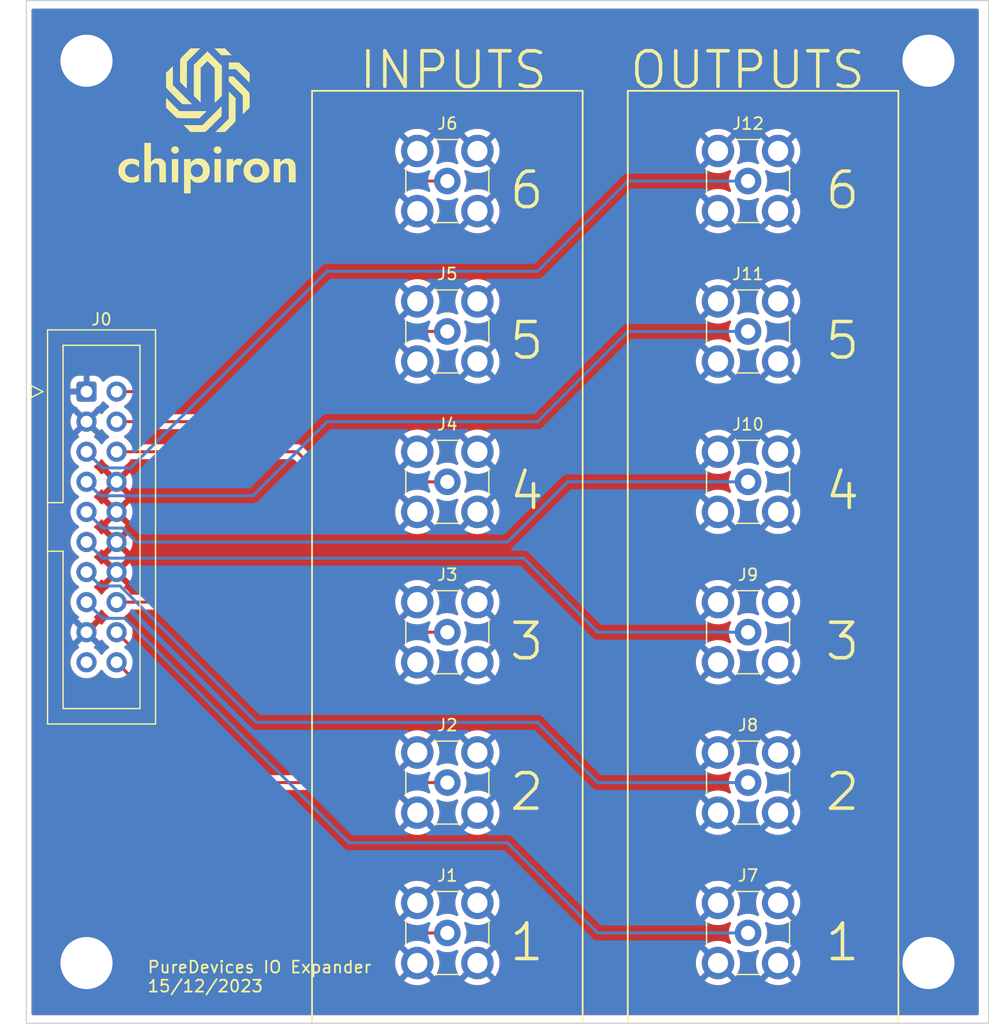
<source format=kicad_pcb>
(kicad_pcb (version 20221018) (generator pcbnew)
  (layers (0 "F.Cu" signal) (31 "B.Cu" signal) (34 "B.Paste" user) (35 "F.Paste" user) (36 "B.SilkS" user "B.Silkscreen") (37 "F.SilkS" user "F.Silkscreen") (38 "B.Mask" user) (39 "F.Mask" user) (44 "Edge.Cuts" user))
  (net 0 "")
  (net 1 "/In1")
  (net 2 "/GND")
  (net 3 "/3.3")
  (net 4 "/In2")
  (net 5 "/OUT1")
  (net 6 "/In3")
  (net 7 "/OUT2")
  (net 8 "/OUT3")
  (net 9 "/OUT4")
  (net 10 "/OUT5")
  (net 11 "/OUT6")
  (net 12 "/In4")
  (net 13 "/In5")
  (net 14 "/In6")
  (footprint "Connector_Coaxial:SMB_Jack_Vertical" (layer "F.Cu") (at 96.52 48.26)
    (fp_text reference "J11" (at 0 -4.85) (layer "F.SilkS"))
    (fp_text value "Conn_Coaxial_x2_Isolated" hide)
    (fp_line (start -3.5052 1) (end -3.5052 -1) (stroke (width 0.12)) (layer "F.SilkS"))
    (fp_line (start -1 -3.5052) (end 1 -3.5052) (stroke (width 0.12)) (layer "F.SilkS"))
    (fp_line (start 1 3.5052) (end -1 3.5052) (stroke (width 0.12)) (layer "F.SilkS"))
    (fp_line (start 3.5052 -1) (end 3.5052 1) (stroke (width 0.12)) (layer "F.SilkS"))
    (pad "1" thru_hole circle (at 0 0) (size 2.24 2.24) (drill 1.2) (layers "*.Cu" "*.Mask") (net 10 "/OUT5"))
    (pad "2" thru_hole circle (at -2.54 -2.54) (size 2.74 2.74) (drill 1.7) (layers "*.Cu" "*.Mask") (net 2 "/GND"))
    (pad "2" thru_hole circle (at -2.54 2.54) (size 2.74 2.74) (drill 1.7) (layers "*.Cu" "*.Mask") (net 2 "/GND"))
    (pad "2" thru_hole circle (at 2.54 -2.54) (size 2.74 2.74) (drill 1.7) (layers "*.Cu" "*.Mask") (net 2 "/GND"))
    (pad "2" thru_hole circle (at 2.54 2.54) (size 2.74 2.74) (drill 1.7) (layers "*.Cu" "*.Mask") (net 2 "/GND"))
  )
  (footprint "Connector_Coaxial:SMB_Jack_Vertical" (layer "F.Cu") (at 96.52 99.06)
    (fp_text reference "J7" (at 0 -4.85) (layer "F.SilkS"))
    (fp_text value "Conn_Coaxial_x2_Isolated" hide)
    (fp_line (start -3.5052 1) (end -3.5052 -1) (stroke (width 0.12)) (layer "F.SilkS"))
    (fp_line (start -1 -3.5052) (end 1 -3.5052) (stroke (width 0.12)) (layer "F.SilkS"))
    (fp_line (start 1 3.5052) (end -1 3.5052) (stroke (width 0.12)) (layer "F.SilkS"))
    (fp_line (start 3.5052 -1) (end 3.5052 1) (stroke (width 0.12)) (layer "F.SilkS"))
    (pad "1" thru_hole circle (at 0 0) (size 2.24 2.24) (drill 1.2) (layers "*.Cu" "*.Mask") (net 5 "/OUT1"))
    (pad "2" thru_hole circle (at -2.54 -2.54) (size 2.74 2.74) (drill 1.7) (layers "*.Cu" "*.Mask") (net 2 "/GND"))
    (pad "2" thru_hole circle (at -2.54 2.54) (size 2.74 2.74) (drill 1.7) (layers "*.Cu" "*.Mask") (net 2 "/GND"))
    (pad "2" thru_hole circle (at 2.54 -2.54) (size 2.74 2.74) (drill 1.7) (layers "*.Cu" "*.Mask") (net 2 "/GND"))
    (pad "2" thru_hole circle (at 2.54 2.54) (size 2.74 2.74) (drill 1.7) (layers "*.Cu" "*.Mask") (net 2 "/GND"))
  )
  (footprint "Connector_Coaxial:SMB_Jack_Vertical" (layer "F.Cu") (at 71.12 48.26)
    (fp_text reference "J5" (at 0 -4.85) (layer "F.SilkS"))
    (fp_text value "Conn_Coaxial_x2_Isolated" hide)
    (fp_line (start -3.5052 1) (end -3.5052 -1) (stroke (width 0.12)) (layer "F.SilkS"))
    (fp_line (start -1 -3.5052) (end 1 -3.5052) (stroke (width 0.12)) (layer "F.SilkS"))
    (fp_line (start 1 3.5052) (end -1 3.5052) (stroke (width 0.12)) (layer "F.SilkS"))
    (fp_line (start 3.5052 -1) (end 3.5052 1) (stroke (width 0.12)) (layer "F.SilkS"))
    (pad "1" thru_hole circle (at 0 0) (size 2.24 2.24) (drill 1.2) (layers "*.Cu" "*.Mask") (net 13 "/In5"))
    (pad "2" thru_hole circle (at -2.54 -2.54) (size 2.74 2.74) (drill 1.7) (layers "*.Cu" "*.Mask") (net 2 "/GND"))
    (pad "2" thru_hole circle (at -2.54 2.54) (size 2.74 2.74) (drill 1.7) (layers "*.Cu" "*.Mask") (net 2 "/GND"))
    (pad "2" thru_hole circle (at 2.54 -2.54) (size 2.74 2.74) (drill 1.7) (layers "*.Cu" "*.Mask") (net 2 "/GND"))
    (pad "2" thru_hole circle (at 2.54 2.54) (size 2.74 2.74) (drill 1.7) (layers "*.Cu" "*.Mask") (net 2 "/GND"))
  )
  (footprint "Connector_Coaxial:SMB_Jack_Vertical" (layer "F.Cu") (at 96.52 86.36)
    (fp_text reference "J8" (at 0 -4.85) (layer "F.SilkS"))
    (fp_text value "Conn_Coaxial_x2_Isolated" hide)
    (fp_line (start -3.5052 1) (end -3.5052 -1) (stroke (width 0.12)) (layer "F.SilkS"))
    (fp_line (start -1 -3.5052) (end 1 -3.5052) (stroke (width 0.12)) (layer "F.SilkS"))
    (fp_line (start 1 3.5052) (end -1 3.5052) (stroke (width 0.12)) (layer "F.SilkS"))
    (fp_line (start 3.5052 -1) (end 3.5052 1) (stroke (width 0.12)) (layer "F.SilkS"))
    (pad "1" thru_hole circle (at 0 0) (size 2.24 2.24) (drill 1.2) (layers "*.Cu" "*.Mask") (net 7 "/OUT2"))
    (pad "2" thru_hole circle (at -2.54 -2.54) (size 2.74 2.74) (drill 1.7) (layers "*.Cu" "*.Mask") (net 2 "/GND"))
    (pad "2" thru_hole circle (at -2.54 2.54) (size 2.74 2.74) (drill 1.7) (layers "*.Cu" "*.Mask") (net 2 "/GND"))
    (pad "2" thru_hole circle (at 2.54 -2.54) (size 2.74 2.74) (drill 1.7) (layers "*.Cu" "*.Mask") (net 2 "/GND"))
    (pad "2" thru_hole circle (at 2.54 2.54) (size 2.74 2.74) (drill 1.7) (layers "*.Cu" "*.Mask") (net 2 "/GND"))
  )
  (footprint "Connector_Coaxial:SMB_Jack_Vertical" (layer "F.Cu") (at 71.12 86.36)
    (fp_text reference "J2" (at 0 -4.85) (layer "F.SilkS"))
    (fp_text value "Conn_Coaxial_x2_Isolated" hide)
    (fp_line (start -3.5052 1) (end -3.5052 -1) (stroke (width 0.12)) (layer "F.SilkS"))
    (fp_line (start -1 -3.5052) (end 1 -3.5052) (stroke (width 0.12)) (layer "F.SilkS"))
    (fp_line (start 1 3.5052) (end -1 3.5052) (stroke (width 0.12)) (layer "F.SilkS"))
    (fp_line (start 3.5052 -1) (end 3.5052 1) (stroke (width 0.12)) (layer "F.SilkS"))
    (pad "1" thru_hole circle (at 0 0) (size 2.24 2.24) (drill 1.2) (layers "*.Cu" "*.Mask") (net 4 "/In2"))
    (pad "2" thru_hole circle (at -2.54 -2.54) (size 2.74 2.74) (drill 1.7) (layers "*.Cu" "*.Mask") (net 2 "/GND"))
    (pad "2" thru_hole circle (at -2.54 2.54) (size 2.74 2.74) (drill 1.7) (layers "*.Cu" "*.Mask") (net 2 "/GND"))
    (pad "2" thru_hole circle (at 2.54 -2.54) (size 2.74 2.74) (drill 1.7) (layers "*.Cu" "*.Mask") (net 2 "/GND"))
    (pad "2" thru_hole circle (at 2.54 2.54) (size 2.74 2.74) (drill 1.7) (layers "*.Cu" "*.Mask") (net 2 "/GND"))
  )
  (footprint "Connector_Coaxial:SMB_Jack_Vertical" (layer "F.Cu") (at 71.12 99.06)
    (fp_text reference "J1" (at 0 -4.85) (layer "F.SilkS"))
    (fp_text value "Conn_Coaxial_x2_Isolated" hide)
    (fp_line (start -3.5052 1) (end -3.5052 -1) (stroke (width 0.12)) (layer "F.SilkS"))
    (fp_line (start -1 -3.5052) (end 1 -3.5052) (stroke (width 0.12)) (layer "F.SilkS"))
    (fp_line (start 1 3.5052) (end -1 3.5052) (stroke (width 0.12)) (layer "F.SilkS"))
    (fp_line (start 3.5052 -1) (end 3.5052 1) (stroke (width 0.12)) (layer "F.SilkS"))
    (pad "1" thru_hole circle (at 0 0) (size 2.24 2.24) (drill 1.2) (layers "*.Cu" "*.Mask") (net 1 "/In1"))
    (pad "2" thru_hole circle (at -2.54 -2.54) (size 2.74 2.74) (drill 1.7) (layers "*.Cu" "*.Mask") (net 2 "/GND"))
    (pad "2" thru_hole circle (at -2.54 2.54) (size 2.74 2.74) (drill 1.7) (layers "*.Cu" "*.Mask") (net 2 "/GND"))
    (pad "2" thru_hole circle (at 2.54 -2.54) (size 2.74 2.74) (drill 1.7) (layers "*.Cu" "*.Mask") (net 2 "/GND"))
    (pad "2" thru_hole circle (at 2.54 2.54) (size 2.74 2.74) (drill 1.7) (layers "*.Cu" "*.Mask") (net 2 "/GND"))
  )
  (footprint "Connector_Coaxial:SMB_Jack_Vertical" (layer "F.Cu") (at 71.12 73.66)
    (fp_text reference "J3" (at 0 -4.85) (layer "F.SilkS"))
    (fp_text value "Conn_Coaxial_x2_Isolated" hide)
    (fp_line (start -3.5052 1) (end -3.5052 -1) (stroke (width 0.12)) (layer "F.SilkS"))
    (fp_line (start -1 -3.5052) (end 1 -3.5052) (stroke (width 0.12)) (layer "F.SilkS"))
    (fp_line (start 1 3.5052) (end -1 3.5052) (stroke (width 0.12)) (layer "F.SilkS"))
    (fp_line (start 3.5052 -1) (end 3.5052 1) (stroke (width 0.12)) (layer "F.SilkS"))
    (pad "1" thru_hole circle (at 0 0) (size 2.24 2.24) (drill 1.2) (layers "*.Cu" "*.Mask") (net 6 "/In3"))
    (pad "2" thru_hole circle (at -2.54 -2.54) (size 2.74 2.74) (drill 1.7) (layers "*.Cu" "*.Mask") (net 2 "/GND"))
    (pad "2" thru_hole circle (at -2.54 2.54) (size 2.74 2.74) (drill 1.7) (layers "*.Cu" "*.Mask") (net 2 "/GND"))
    (pad "2" thru_hole circle (at 2.54 -2.54) (size 2.74 2.74) (drill 1.7) (layers "*.Cu" "*.Mask") (net 2 "/GND"))
    (pad "2" thru_hole circle (at 2.54 2.54) (size 2.74 2.74) (drill 1.7) (layers "*.Cu" "*.Mask") (net 2 "/GND"))
  )
  (footprint "LOGO" (layer "F.Cu") (at 50.8 30.48)
    (fp_text reference "G***" hide)
    (fp_text value "LOGO" hide)
    (fp_poly (pts (xy -2.414788 4.203521) (xy -2.414788 5.187324) (xy -2.683098 5.187324) (xy -2.951408 5.187324) (xy -2.951408 4.203521) (xy -2.951408 3.219718) (xy -2.683098 3.219718) (xy -2.414788 3.219718)) (fill solid) (layer "F.SilkS"))
    (fp_poly (pts (xy 1.185036 4.203521) (xy 1.185036 5.187324) (xy 0.916726 5.187324) (xy 0.648416 5.187324) (xy 0.648416 4.203521) (xy 0.648416 3.219718) (xy 0.916726 3.219718) (xy 1.185036 3.219718)) (fill solid) (layer "F.SilkS"))
    (fp_poly (pts (xy 1.822272 -5.835739) (xy 2.112295 -5.54507) (xy 1.665112 -5.54507) (xy 1.217929 -5.54507) (xy 0.927905 -5.835739) (xy 0.637882 -6.126408) (xy 1.085065 -6.126408) (xy 1.532248 -6.126408)) (fill solid) (layer "F.SilkS"))
    (fp_poly (pts (xy 2.291797 -4.937112) (xy 2.727784 -4.930194) (xy 3.175507 -4.482418) (xy 3.623231 -4.034642) (xy 3.617117 -3.626981) (xy 3.611004 -3.219319) (xy 3.04101 -3.789677) (xy 2.471016 -4.360035) (xy 2.163413 -4.360035) (xy 1.85581 -4.360035) (xy 1.85581 -4.652033) (xy 1.85581 -4.944031)) (fill solid) (layer "F.SilkS"))
    (fp_poly (pts (xy 0.665341 -5.271018) (xy 1.274472 -4.661584) (xy 1.274472 -3.386952) (xy 1.274472 -2.112319) (xy 0.972624 -1.811092) (xy 0.670775 -1.509864) (xy 0.670775 -2.974378) (xy 0.670775 -4.438891) (xy 0.363031 -4.746047) (xy 0.055286 -5.053202) (xy -0.229487 -4.767796) (xy -0.51426 -4.482389) (xy -0.51426 -3.007318) (xy -0.51426 -1.532247) (xy -0.804929 -1.822271) (xy -1.095598 -2.112295) (xy -1.095598 -3.420789) (xy -1.095598 -4.729284) (xy -0.519695 -5.304868) (xy 0.056209 -5.880452)) (fill solid) (layer "F.SilkS"))
    (fp_poly (pts (xy -2.613751 2.151349) (xy -2.524079 2.178244) (xy -2.432782 2.243929) (xy -2.375262 2.329883) (xy -2.351492 2.427105) (xy -2.361445 2.52659) (xy -2.405093 2.619334) (xy -2.48241 2.696335) (xy -2.525732 2.722227) (xy -2.622616 2.7612) (xy -2.707142 2.768295) (xy -2.797795 2.744019) (xy -2.82937 2.730502) (xy -2.924236 2.66605) (xy -2.985167 2.579674) (xy -3.010837 2.480049) (xy -2.999919 2.375853) (xy -2.951088 2.27576) (xy -2.906668 2.224715) (xy -2.825472 2.174526) (xy -2.722368 2.149406)) (fill solid) (layer "F.SilkS"))
    (fp_poly (pts (xy -1.112341 -5.56184) (xy -1.676554 -4.997271) (xy -1.682335 -3.851036) (xy -1.688116 -2.7048) (xy -1.973195 -2.990519) (xy -2.258274 -3.276238) (xy -2.258274 -4.233251) (xy -2.257753 -4.502958) (xy -2.256174 -4.729019) (xy -2.253509 -4.912495) (xy -2.249733 -5.054444) (xy -2.24482 -5.155929) (xy -2.238743 -5.218008) (xy -2.233533 -5.239102) (xy -2.211514 -5.267691) (xy -2.162248 -5.323044) (xy -2.090212 -5.400413) (xy -1.999885 -5.495048) (xy -1.895746 -5.602199) (xy -1.79216 -5.707174) (xy -1.375529 -6.126408) (xy -0.961828 -6.126408) (xy -0.548128 -6.126408)) (fill solid) (layer "F.SilkS"))
    (fp_poly (pts (xy 2.146479 -2.202377) (xy 2.437148 -1.912353) (xy 2.437148 -0.954707) (xy 2.436628 -0.68492) (xy 2.43505 -0.458778) (xy 2.432387 -0.27522) (xy 2.428615 -0.133184) (xy 2.423706 -0.03161) (xy 2.417635 0.030565) (xy 2.412407 0.051778) (xy 2.390388 0.080367) (xy 2.341122 0.13572) (xy 2.269086 0.213089) (xy 2.178759 0.307724) (xy 2.07462 0.414875) (xy 1.971034 0.51985) (xy 1.554403 0.939084) (xy 1.140702 0.939084) (xy 0.727002 0.939084) (xy 1.291406 0.374355) (xy 1.85581 -0.190375) (xy 1.85581 -1.341388) (xy 1.85581 -2.492401)) (fill solid) (layer "F.SilkS"))
    (fp_poly (pts (xy -2.87858 -1.391693) (xy -2.31385 -0.827289) (xy -1.162825 -0.827289) (xy -0.0118 -0.827289) (xy -0.313028 -0.52544) (xy -0.614255 -0.223592) (xy -1.542471 -0.225009) (xy -1.766688 -0.225876) (xy -1.969403 -0.227705) (xy -2.146774 -0.230403) (xy -2.294957 -0.23388) (xy -2.410111 -0.238044) (xy -2.488392 -0.242806) (xy -2.52596 -0.248074) (xy -2.526584 -0.248303) (xy -2.556864 -0.26952) (xy -2.613788 -0.318205) (xy -2.692621 -0.389965) (xy -2.78863 -0.48041) (xy -2.897078 -0.585145) (xy -3.012896 -0.699443) (xy -3.443309 -1.128707) (xy -3.443309 -1.542402) (xy -3.443309 -1.956097)) (fill solid) (layer "F.SilkS"))
    (fp_poly (pts (xy -2.861971 -3.834386) (xy -2.861971 -3.029892) (xy -2.051567 -2.219259) (xy -1.241162 -1.408627) (xy -1.654832 -1.408627) (xy -2.068501 -1.408627) (xy -2.731193 -2.073812) (xy -2.873789 -2.217503) (xy -3.007031 -2.352844) (xy -3.127472 -2.476254) (xy -3.231669 -2.584155) (xy -3.316175 -2.67297) (xy -3.377545 -2.739118) (xy -3.412335 -2.779022) (xy -3.418598 -2.787835) (xy -3.427249 -2.828921) (xy -3.434075 -2.913872) (xy -3.439046 -3.041874) (xy -3.442131 -3.212108) (xy -3.443299 -3.423759) (xy -3.443309 -3.447752) (xy -3.443309 -4.058832) (xy -3.15264 -4.348856) (xy -2.861971 -4.638879)) (fill solid) (layer "F.SilkS"))
    (fp_poly (pts (xy 0.943576 2.151133) (xy 1.023994 2.159749) (xy 1.077277 2.176193) (xy 1.121011 2.208028) (xy 1.153386 2.241363) (xy 1.220419 2.337334) (xy 1.244126 2.43538) (xy 1.225651 2.5423) (xy 1.210418 2.580854) (xy 1.169091 2.655066) (xy 1.116098 2.703011) (xy 1.068615 2.727987) (xy 0.970784 2.762902) (xy 0.885833 2.767129) (xy 0.794189 2.740747) (xy 0.767545 2.729199) (xy 0.672209 2.663945) (xy 0.609986 2.574716) (xy 0.584178 2.470411) (xy 0.598089 2.359928) (xy 0.614731 2.317638) (xy 0.678188 2.22656) (xy 0.766463 2.17101) (xy 0.881922 2.149788)) (fill solid) (layer "F.SilkS"))
    (fp_poly (pts (xy 1.252113 -0.838209) (xy 1.252113 -0.413355) (xy 0.609287 0.226296) (xy 0.467604 0.366834) (xy 0.334014 0.498492) (xy 0.212226 0.617679) (xy 0.105945 0.720804) (xy 0.018879 0.804277) (xy -0.045266 0.864508) (xy -0.082784 0.897907) (xy -0.088821 0.902516) (xy -0.11049 0.913535) (xy -0.141736 0.922139) (xy -0.187803 0.928615) (xy -0.253937 0.933248) (xy -0.345379 0.936323) (xy -0.467373 0.938127) (xy -0.625164 0.938945) (xy -0.759919 0.939084) (xy -1.375733 0.939084) (xy -1.665757 0.648415) (xy -1.95578 0.357746) (xy -1.162466 0.357746) (xy -0.369152 0.357746) (xy 0.44148 -0.452658) (xy 1.252113 -1.263063)) (fill solid) (layer "F.SilkS"))
    (fp_poly (pts (xy 2.91137 -3.091153) (xy 3.054296 -2.947052) (xy 3.187777 -2.810703) (xy 3.308363 -2.685763) (xy 3.412601 -2.575888) (xy 3.497042 -2.484732) (xy 3.558233 -2.415953) (xy 3.592724 -2.373205) (xy 3.598775 -2.363025) (xy 3.60605 -2.320495) (xy 3.61218 -2.23792) (xy 3.616995 -2.119962) (xy 3.620328 -1.971284) (xy 3.62201 -1.796548) (xy 3.622184 -1.714287) (xy 3.622184 -1.128492) (xy 3.331514 -0.838468) (xy 3.040845 -0.548445) (xy 3.040845 -1.34203) (xy 3.040845 -2.135616) (xy 2.448328 -2.727817) (xy 1.85581 -3.320018) (xy 1.85581 -3.538178) (xy 1.85581 -3.756338) (xy 2.051593 -3.756338) (xy 2.247375 -3.756338)) (fill solid) (layer "F.SilkS"))
    (fp_poly (pts (xy 2.816296 3.190428) (xy 2.878778 3.206694) (xy 2.959407 3.235637) (xy 3.011526 3.264099) (xy 3.036385 3.299495) (xy 3.035239 3.349239) (xy 3.009339 3.420745) (xy 2.959937 3.521427) (xy 2.938815 3.562082) (xy 2.814412 3.800294) (xy 2.751083 3.753472) (xy 2.650882 3.704724) (xy 2.54378 3.694768) (xy 2.44025 3.721192) (xy 2.350763 3.781584) (xy 2.292943 3.859003) (xy 2.279311 3.887697) (xy 2.268565 3.919537) (xy 2.260288 3.960158) (xy 2.254062 4.015195) (xy 2.24947 4.090282) (xy 2.246095 4.191054) (xy 2.243519 4.323145) (xy 2.241325 4.49219) (xy 2.240509 4.566857) (xy 2.233923 5.187324) (xy 1.95543 5.187324) (xy 1.676937 5.187324) (xy 1.676937 4.203521) (xy 1.676937 3.219718) (xy 1.956426 3.219718) (xy 2.235916 3.219718) (xy 2.236164 3.337104) (xy 2.236412 3.454489) (xy 2.293693 3.381809) (xy 2.399474 3.282011) (xy 2.528628 3.214815) (xy 2.670965 3.183271)) (fill solid) (layer "F.SilkS"))
    (fp_poly (pts (xy 6.986993 3.189336) (xy 7.127442 3.234459) (xy 7.249064 3.31354) (xy 7.300332 3.361568) (xy 7.349869 3.414611) (xy 7.390458 3.465136) (xy 7.423052 3.518203) (xy 7.448605 3.578873) (xy 7.468068 3.652207) (xy 7.482397 3.743266) (xy 7.492543 3.857111) (xy 7.49946 3.998802) (xy 7.504102 4.173401) (xy 7.507421 4.385969) (xy 7.5084 4.466241) (xy 7.516852 5.187324) (xy 7.225288 5.187324) (xy 6.933724 5.187324) (xy 6.926941 4.49978) (xy 6.924677 4.293743) (xy 6.921849 4.127453) (xy 6.917672 3.99594) (xy 6.911362 3.894231) (xy 6.902133 3.817356) (xy 6.8892 3.760345) (xy 6.871778 3.718226) (xy 6.849081 3.686029) (xy 6.820324 3.658783) (xy 6.790453 3.635746) (xy 6.72995 3.604444) (xy 6.649777 3.590802) (xy 6.600301 3.58939) (xy 6.468216 3.6068) (xy 6.362377 3.659896) (xy 6.280444 3.749974) (xy 6.265302 3.775047) (xy 6.251137 3.801778) (xy 6.23997 3.829408) (xy 6.231445 3.863337) (xy 6.225207 3.908968) (xy 6.220899 3.971701) (xy 6.218165 4.056939) (xy 6.216649 4.170084) (xy 6.215995 4.316535) (xy 6.215846 4.501696) (xy 6.215845 4.525183) (xy 6.215845 5.187324) (xy 5.936356 5.187324) (xy 5.656867 5.187324) (xy 5.656867 4.203521) (xy 5.656867 3.219718) (xy 5.936356 3.219718) (xy 6.215845 3.219718) (xy 6.215845 3.350471) (xy 6.215845 3.481223) (xy 6.333231 3.364057) (xy 6.454317 3.266347) (xy 6.588616 3.205324) (xy 6.744938 3.177564) (xy 6.819543 3.175)) (fill solid) (layer "F.SilkS"))
    (fp_poly (pts (xy -6.15288 3.196287) (xy -5.958743 3.245792) (xy -5.832302 3.302004) (xy -5.723943 3.36098) (xy -5.723943 3.648874) (xy -5.723943 3.936767) (xy -5.792934 3.858192) (xy -5.849241 3.807636) (xy -5.928989 3.75229) (xy -6.009868 3.706783) (xy -6.09776 3.666859) (xy -6.170553 3.644891) (xy -6.249939 3.635952) (xy -6.326573 3.634831) (xy -6.470997 3.646776) (xy -6.588053 3.68427) (xy -6.690105 3.752338) (xy -6.744371 3.804687) (xy -6.822515 3.900176) (xy -6.869824 3.993957) (xy -6.892422 4.102048) (xy -6.896837 4.203521) (xy -6.885619 4.346182) (xy -6.848515 4.462328) (xy -6.780135 4.565185) (xy -6.726475 4.621622) (xy -6.6273 4.697459) (xy -6.515114 4.742721) (xy -6.378521 4.76145) (xy -6.329197 4.7625) (xy -6.14419 4.743128) (xy -5.980572 4.685488) (xy -5.84026 4.590294) (xy -5.821809 4.573268) (xy -5.722655 4.478262) (xy -5.728889 4.75928) (xy -5.735123 5.040298) (xy -5.811404 5.091659) (xy -5.9257 5.148718) (xy -6.070773 5.191063) (xy -6.234677 5.217189) (xy -6.405465 5.225591) (xy -6.57119 5.214764) (xy -6.661713 5.198758) (xy -6.872983 5.130156) (xy -7.05697 5.027253) (xy -7.211771 4.891503) (xy -7.335484 4.724357) (xy -7.372292 4.656274) (xy -7.411353 4.573754) (xy -7.436553 4.506816) (xy -7.451482 4.439964) (xy -7.459728 4.357706) (xy -7.464363 4.258762) (xy -7.461618 4.067204) (xy -7.436335 3.904571) (xy -7.386222 3.759918) (xy -7.342313 3.675543) (xy -7.285155 3.596113) (xy -7.205083 3.507432) (xy -7.115061 3.422081) (xy -7.028053 3.352645) (xy -6.976708 3.320672) (xy -6.782608 3.241523) (xy -6.574288 3.194307) (xy -6.36122 3.179176)) (fill solid) (layer "F.SilkS"))
    (fp_poly (pts (xy -4.717781 2.664764) (xy -4.717781 3.473718) (xy -4.637017 3.379363) (xy -4.567492 3.312463) (xy -4.482408 3.249434) (xy -4.441374 3.225357) (xy -4.377172 3.19533) (xy -4.316711 3.177195) (xy -4.244734 3.168028) (xy -4.145986 3.164905) (xy -4.125264 3.164764) (xy -4.012923 3.16811) (xy -3.912961 3.178143) (xy -3.84083 3.193259) (xy -3.836476 3.194727) (xy -3.725465 3.254335) (xy -3.622722 3.346746) (xy -3.539882 3.460175) (xy -3.506218 3.529243) (xy -3.492609 3.565039) (xy -3.481613 3.600657) (xy -3.472893 3.641282) (xy -3.466111 3.692095) (xy -3.460926 3.758281) (xy -3.457001 3.845023) (xy -3.453997 3.957503) (xy -3.451575 4.100906) (xy -3.449397 4.280414) (xy -3.447925 4.421523) (xy -3.440172 5.187324) (xy -3.720053 5.187324) (xy -3.999934 5.187324) (xy -4.006701 4.487563) (xy -4.008833 4.289505) (xy -4.011183 4.131198) (xy -4.014053 4.007674) (xy -4.017745 3.913968) (xy -4.022562 3.84511) (xy -4.028805 3.796134) (xy -4.036776 3.762074) (xy -4.046778 3.73796) (xy -4.052908 3.727663) (xy -4.121198 3.650115) (xy -4.20677 3.606059) (xy -4.319163 3.590966) (xy -4.34087 3.590944) (xy -4.471913 3.61074) (xy -4.577504 3.666981) (xy -4.659667 3.760832) (xy -4.671872 3.781357) (xy -4.685056 3.806972) (xy -4.695447 3.835113) (xy -4.703376 3.871141) (xy -4.709174 3.920417) (xy -4.713172 3.988304) (xy -4.715701 4.080162) (xy -4.717091 4.201352) (xy -4.717674 4.357236) (xy -4.717781 4.525183) (xy -4.717781 5.187324) (xy -4.997271 5.187324) (xy -5.27676 5.187324) (xy -5.27676 3.521567) (xy -5.27676 1.85581) (xy -4.997271 1.85581) (xy -4.717781 1.85581)) (fill solid) (layer "F.SilkS"))
    (fp_poly (pts (xy 4.374944 3.189468) (xy 4.576733 3.23559) (xy 4.76582 3.31457) (xy 4.935226 3.426238) (xy 5.012892 3.496833) (xy 5.131655 3.648187) (xy 5.21744 3.822775) (xy 5.269485 4.012816) (xy 5.287023 4.210527) (xy 5.269293 4.408126) (xy 5.215529 4.597831) (xy 5.136353 4.754356) (xy 5.075833 4.833795) (xy 4.993776 4.920803) (xy 4.90369 5.00261) (xy 4.819083 5.066445) (xy 4.784734 5.086773) (xy 4.585572 5.167013) (xy 4.369179 5.214032) (xy 4.147969 5.226457) (xy 3.934358 5.202917) (xy 3.870367 5.187764) (xy 3.661818 5.110608) (xy 3.483433 5.001727) (xy 3.337228 4.863724) (xy 3.225217 4.699199) (xy 3.149413 4.510753) (xy 3.111831 4.300987) (xy 3.107938 4.203521) (xy 3.679402 4.203521) (xy 3.685026 4.315215) (xy 3.701813 4.398734) (xy 3.727751 4.460651) (xy 3.802596 4.570044) (xy 3.89862 4.662536) (xy 4.002267 4.725427) (xy 4.016258 4.731014) (xy 4.112745 4.751445) (xy 4.227148 4.753417) (xy 4.338892 4.738011) (xy 4.421115 4.709704) (xy 4.544859 4.624143) (xy 4.633094 4.513064) (xy 4.686674 4.374914) (xy 4.706451 4.208142) (xy 4.706603 4.190561) (xy 4.704802 4.094858) (xy 4.696901 4.027741) (xy 4.679152 3.973142) (xy 4.647806 3.91499) (xy 4.638934 3.900483) (xy 4.552478 3.794763) (xy 4.461814 3.72339) (xy 4.395212 3.686138) (xy 4.335522 3.665607) (xy 4.263957 3.657079) (xy 4.192342 3.655722) (xy 4.042881 3.67165) (xy 3.920454 3.721502) (xy 3.819695 3.808379) (xy 3.747531 3.912852) (xy 3.710201 3.984806) (xy 3.689371 4.046615) (xy 3.680616 4.117155) (xy 3.679402 4.203521) (xy 3.107938 4.203521) (xy 3.107923 4.203158) (xy 3.127777 3.984599) (xy 3.187326 3.786606) (xy 3.286551 3.609224) (xy 3.419783 3.457746) (xy 3.580377 3.337002) (xy 3.763171 3.249973) (xy 3.961183 3.196489) (xy 4.167434 3.176378)) (fill solid) (layer "F.SilkS"))
    (fp_poly (pts (xy -0.681954 3.166225) (xy -0.495013 3.181217) (xy -0.334306 3.224787) (xy -0.188897 3.300652) (xy -0.106111 3.361853) (xy 0.036816 3.504191) (xy 0.142998 3.668372) (xy 0.213355 3.856575) (xy 0.248805 4.070979) (xy 0.253689 4.214701) (xy 0.234711 4.447389) (xy 0.181866 4.651065) (xy 0.094826 4.82629) (xy -0.026735 4.973628) (xy -0.183143 5.093641) (xy -0.28961 5.150789) (xy -0.37088 5.185698) (xy -0.444388 5.207667) (xy -0.527071 5.220334) (xy -0.635865 5.227335) (xy -0.648415 5.227847) (xy -0.815284 5.225773) (xy -0.951975 5.202269) (xy -1.069464 5.153403) (xy -1.178729 5.075243) (xy -1.242688 5.014907) (xy -1.363908 4.891734) (xy -1.363908 5.509071) (xy -1.363908 6.126408) (xy -1.643397 6.126408) (xy -1.922887 6.126408) (xy -1.922887 4.673063) (xy -1.922887 4.203521) (xy -1.35038 4.203521) (xy -1.33312 4.366298) (xy -1.28056 4.502212) (xy -1.191524 4.613294) (xy -1.064841 4.701579) (xy -1.062059 4.70305) (xy -0.985878 4.726921) (xy -0.884404 4.737739) (xy -0.775144 4.73541) (xy -0.675606 4.719836) (xy -0.630928 4.705416) (xy -0.504437 4.630663) (xy -0.41137 4.526521) (xy -0.352307 4.393947) (xy -0.327828 4.2339) (xy -0.327145 4.203521) (xy -0.334943 4.071333) (xy -0.363462 3.966169) (xy -0.418087 3.873046) (xy -0.466505 3.815778) (xy -0.575271 3.728546) (xy -0.702372 3.675107) (xy -0.838244 3.656031) (xy -0.973326 3.671889) (xy -1.098054 3.723251) (xy -1.1669 3.773994) (xy -1.259607 3.873716) (xy -1.317278 3.978956) (xy -1.345377 4.102504) (xy -1.35038 4.203521) (xy -1.922887 4.203521) (xy -1.922887 3.219718) (xy -1.643397 3.219718) (xy -1.363908 3.219718) (xy -1.363908 3.367594) (xy -1.363908 3.51547) (xy -1.257702 3.402416) (xy -1.151813 3.309004) (xy -1.032958 3.234412) (xy -1.017341 3.226835) (xy -0.944106 3.195506) (xy -0.879448 3.17691) (xy -0.806932 3.168078) (xy -0.710121 3.166039)) (fill solid) (layer "F.SilkS"))
  )
  (footprint "Connector_Coaxial:SMB_Jack_Vertical" (layer "F.Cu") (at 96.52 73.66)
    (fp_text reference "J9" (at 0 -4.85) (layer "F.SilkS"))
    (fp_text value "Conn_Coaxial_x2_Isolated" hide)
    (fp_line (start -3.5052 1) (end -3.5052 -1) (stroke (width 0.12)) (layer "F.SilkS"))
    (fp_line (start -1 -3.5052) (end 1 -3.5052) (stroke (width 0.12)) (layer "F.SilkS"))
    (fp_line (start 1 3.5052) (end -1 3.5052) (stroke (width 0.12)) (layer "F.SilkS"))
    (fp_line (start 3.5052 -1) (end 3.5052 1) (stroke (width 0.12)) (layer "F.SilkS"))
    (pad "1" thru_hole circle (at 0 0) (size 2.24 2.24) (drill 1.2) (layers "*.Cu" "*.Mask") (net 8 "/OUT3"))
    (pad "2" thru_hole circle (at -2.54 -2.54) (size 2.74 2.74) (drill 1.7) (layers "*.Cu" "*.Mask") (net 2 "/GND"))
    (pad "2" thru_hole circle (at -2.54 2.54) (size 2.74 2.74) (drill 1.7) (layers "*.Cu" "*.Mask") (net 2 "/GND"))
    (pad "2" thru_hole circle (at 2.54 -2.54) (size 2.74 2.74) (drill 1.7) (layers "*.Cu" "*.Mask") (net 2 "/GND"))
    (pad "2" thru_hole circle (at 2.54 2.54) (size 2.74 2.74) (drill 1.7) (layers "*.Cu" "*.Mask") (net 2 "/GND"))
  )
  (footprint "Connector_Coaxial:SMB_Jack_Vertical" (layer "F.Cu") (at 96.52 60.96)
    (fp_text reference "J10" (at 0 -4.85) (layer "F.SilkS"))
    (fp_text value "Conn_Coaxial_x2_Isolated" hide)
    (fp_line (start -3.5052 1) (end -3.5052 -1) (stroke (width 0.12)) (layer "F.SilkS"))
    (fp_line (start -1 -3.5052) (end 1 -3.5052) (stroke (width 0.12)) (layer "F.SilkS"))
    (fp_line (start 1 3.5052) (end -1 3.5052) (stroke (width 0.12)) (layer "F.SilkS"))
    (fp_line (start 3.5052 -1) (end 3.5052 1) (stroke (width 0.12)) (layer "F.SilkS"))
    (pad "1" thru_hole circle (at 0 0) (size 2.24 2.24) (drill 1.2) (layers "*.Cu" "*.Mask") (net 9 "/OUT4"))
    (pad "2" thru_hole circle (at -2.54 -2.54) (size 2.74 2.74) (drill 1.7) (layers "*.Cu" "*.Mask") (net 2 "/GND"))
    (pad "2" thru_hole circle (at -2.54 2.54) (size 2.74 2.74) (drill 1.7) (layers "*.Cu" "*.Mask") (net 2 "/GND"))
    (pad "2" thru_hole circle (at 2.54 -2.54) (size 2.74 2.74) (drill 1.7) (layers "*.Cu" "*.Mask") (net 2 "/GND"))
    (pad "2" thru_hole circle (at 2.54 2.54) (size 2.74 2.74) (drill 1.7) (layers "*.Cu" "*.Mask") (net 2 "/GND"))
  )
  (footprint "Connector_Coaxial:SMB_Jack_Vertical" (layer "F.Cu") (at 71.12 60.96)
    (fp_text reference "J4" (at 0 -4.85) (layer "F.SilkS"))
    (fp_text value "Conn_Coaxial_x2_Isolated" hide)
    (fp_line (start -3.5052 1) (end -3.5052 -1) (stroke (width 0.12)) (layer "F.SilkS"))
    (fp_line (start -1 -3.5052) (end 1 -3.5052) (stroke (width 0.12)) (layer "F.SilkS"))
    (fp_line (start 1 3.5052) (end -1 3.5052) (stroke (width 0.12)) (layer "F.SilkS"))
    (fp_line (start 3.5052 -1) (end 3.5052 1) (stroke (width 0.12)) (layer "F.SilkS"))
    (pad "1" thru_hole circle (at 0 0) (size 2.24 2.24) (drill 1.2) (layers "*.Cu" "*.Mask") (net 12 "/In4"))
    (pad "2" thru_hole circle (at -2.54 -2.54) (size 2.74 2.74) (drill 1.7) (layers "*.Cu" "*.Mask") (net 2 "/GND"))
    (pad "2" thru_hole circle (at -2.54 2.54) (size 2.74 2.74) (drill 1.7) (layers "*.Cu" "*.Mask") (net 2 "/GND"))
    (pad "2" thru_hole circle (at 2.54 -2.54) (size 2.74 2.74) (drill 1.7) (layers "*.Cu" "*.Mask") (net 2 "/GND"))
    (pad "2" thru_hole circle (at 2.54 2.54) (size 2.74 2.74) (drill 1.7) (layers "*.Cu" "*.Mask") (net 2 "/GND"))
  )
  (footprint "Connector_Coaxial:SMB_Jack_Vertical" (layer "F.Cu") (at 96.52 35.56)
    (fp_text reference "J12" (at 0 -4.85) (layer "F.SilkS"))
    (fp_text value "Conn_Coaxial_x2_Isolated" hide)
    (fp_line (start -3.5052 1) (end -3.5052 -1) (stroke (width 0.12)) (layer "F.SilkS"))
    (fp_line (start -1 -3.5052) (end 1 -3.5052) (stroke (width 0.12)) (layer "F.SilkS"))
    (fp_line (start 1 3.5052) (end -1 3.5052) (stroke (width 0.12)) (layer "F.SilkS"))
    (fp_line (start 3.5052 -1) (end 3.5052 1) (stroke (width 0.12)) (layer "F.SilkS"))
    (pad "1" thru_hole circle (at 0 0) (size 2.24 2.24) (drill 1.2) (layers "*.Cu" "*.Mask") (net 11 "/OUT6"))
    (pad "2" thru_hole circle (at -2.54 -2.54) (size 2.74 2.74) (drill 1.7) (layers "*.Cu" "*.Mask") (net 2 "/GND"))
    (pad "2" thru_hole circle (at -2.54 2.54) (size 2.74 2.74) (drill 1.7) (layers "*.Cu" "*.Mask") (net 2 "/GND"))
    (pad "2" thru_hole circle (at 2.54 -2.54) (size 2.74 2.74) (drill 1.7) (layers "*.Cu" "*.Mask") (net 2 "/GND"))
    (pad "2" thru_hole circle (at 2.54 2.54) (size 2.74 2.74) (drill 1.7) (layers "*.Cu" "*.Mask") (net 2 "/GND"))
  )
  (footprint "Connector_Coaxial:SMB_Jack_Vertical" (layer "F.Cu") (at 71.12 35.56)
    (fp_text reference "J6" (at 0 -4.85) (layer "F.SilkS"))
    (fp_text value "Conn_Coaxial_x2_Isolated" hide)
    (fp_line (start -3.5052 1) (end -3.5052 -1) (stroke (width 0.12)) (layer "F.SilkS"))
    (fp_line (start -1 -3.5052) (end 1 -3.5052) (stroke (width 0.12)) (layer "F.SilkS"))
    (fp_line (start 1 3.5052) (end -1 3.5052) (stroke (width 0.12)) (layer "F.SilkS"))
    (fp_line (start 3.5052 -1) (end 3.5052 1) (stroke (width 0.12)) (layer "F.SilkS"))
    (pad "1" thru_hole circle (at 0 0) (size 2.24 2.24) (drill 1.2) (layers "*.Cu" "*.Mask") (net 14 "/In6"))
    (pad "2" thru_hole circle (at -2.54 -2.54) (size 2.74 2.74) (drill 1.7) (layers "*.Cu" "*.Mask") (net 2 "/GND"))
    (pad "2" thru_hole circle (at -2.54 2.54) (size 2.74 2.74) (drill 1.7) (layers "*.Cu" "*.Mask") (net 2 "/GND"))
    (pad "2" thru_hole circle (at 2.54 -2.54) (size 2.74 2.74) (drill 1.7) (layers "*.Cu" "*.Mask") (net 2 "/GND"))
    (pad "2" thru_hole circle (at 2.54 2.54) (size 2.74 2.74) (drill 1.7) (layers "*.Cu" "*.Mask") (net 2 "/GND"))
  )
  (footprint "Connector_IDC:IDC-Header_2x10_P2.54mm_Vertical" (layer "F.Cu") (at 40.64 53.34)
    (fp_text reference "J0" (at 1.27 -6.1) (layer "F.SilkS"))
    (fp_text value "Conn_02x10_Odd_Even")
    (fp_line (start -4.68 -0.5) (end -4.68 0.5) (stroke (width 0.12)) (layer "F.SilkS"))
    (fp_line (start -4.68 0.5) (end -3.68 0) (stroke (width 0.12)) (layer "F.SilkS"))
    (fp_line (start -3.68 0) (end -4.68 -0.5) (stroke (width 0.12)) (layer "F.SilkS"))
    (fp_line (start -3.29 -5.21) (end 5.83 -5.21) (stroke (width 0.12)) (layer "F.SilkS"))
    (fp_line (start -3.29 9.38) (end -1.98 9.38) (stroke (width 0.12)) (layer "F.SilkS"))
    (fp_line (start -3.29 28.07) (end -3.29 -5.21) (stroke (width 0.12)) (layer "F.SilkS"))
    (fp_line (start -1.98 -3.91) (end 4.52 -3.91) (stroke (width 0.12)) (layer "F.SilkS"))
    (fp_line (start -1.98 9.38) (end -1.98 -3.91) (stroke (width 0.12)) (layer "F.SilkS"))
    (fp_line (start -1.98 13.48) (end -3.29 13.48) (stroke (width 0.12)) (layer "F.SilkS"))
    (fp_line (start -1.98 13.48) (end -1.98 13.48) (stroke (width 0.12)) (layer "F.SilkS"))
    (fp_line (start -1.98 26.77) (end -1.98 13.48) (stroke (width 0.12)) (layer "F.SilkS"))
    (fp_line (start 4.52 -3.91) (end 4.52 26.77) (stroke (width 0.12)) (layer "F.SilkS"))
    (fp_line (start 4.52 26.77) (end -1.98 26.77) (stroke (width 0.12)) (layer "F.SilkS"))
    (fp_line (start 5.83 -5.21) (end 5.83 28.07) (stroke (width 0.12)) (layer "F.SilkS"))
    (fp_line (start 5.83 28.07) (end -3.29 28.07) (stroke (width 0.12)) (layer "F.SilkS"))
    (pad "1" thru_hole roundrect (at 0 0) (size 1.7 1.7) (drill 1) (layers "*.Cu" "*.Mask") (roundrect_rratio 0.1470588235) (net 2 "/GND"))
    (pad "2" thru_hole circle (at 2.54 0) (size 1.7 1.7) (drill 1) (layers "*.Cu" "*.Mask") (net 14 "/In6"))
    (pad "3" thru_hole circle (at 0 2.54) (size 1.7 1.7) (drill 1) (layers "*.Cu" "*.Mask") (net 2 "/GND"))
    (pad "4" thru_hole circle (at 2.54 2.54) (size 1.7 1.7) (drill 1) (layers "*.Cu" "*.Mask") (net 13 "/In5"))
    (pad "5" thru_hole circle (at 0 5.08) (size 1.7 1.7) (drill 1) (layers "*.Cu" "*.Mask") (net 11 "/OUT6"))
    (pad "6" thru_hole circle (at 2.54 5.08) (size 1.7 1.7) (drill 1) (layers "*.Cu" "*.Mask") (net 12 "/In4"))
    (pad "7" thru_hole circle (at 0 7.62) (size 1.7 1.7) (drill 1) (layers "*.Cu" "*.Mask") (net 10 "/OUT5"))
    (pad "8" thru_hole circle (at 2.54 7.62) (size 1.7 1.7) (drill 1) (layers "*.Cu" "*.Mask") (net 2 "/GND"))
    (pad "9" thru_hole circle (at 0 10.16) (size 1.7 1.7) (drill 1) (layers "*.Cu" "*.Mask") (net 9 "/OUT4"))
    (pad "10" thru_hole circle (at 2.54 10.16) (size 1.7 1.7) (drill 1) (layers "*.Cu" "*.Mask") (net 2 "/GND"))
    (pad "11" thru_hole circle (at 0 12.7) (size 1.7 1.7) (drill 1) (layers "*.Cu" "*.Mask") (net 8 "/OUT3"))
    (pad "12" thru_hole circle (at 2.54 12.7) (size 1.7 1.7) (drill 1) (layers "*.Cu" "*.Mask") (net 2 "/GND"))
    (pad "13" thru_hole circle (at 0 15.24) (size 1.7 1.7) (drill 1) (layers "*.Cu" "*.Mask") (net 7 "/OUT2"))
    (pad "14" thru_hole circle (at 2.54 15.24) (size 1.7 1.7) (drill 1) (layers "*.Cu" "*.Mask") (net 2 "/GND"))
    (pad "15" thru_hole circle (at 0 17.78) (size 1.7 1.7) (drill 1) (layers "*.Cu" "*.Mask") (net 5 "/OUT1"))
    (pad "16" thru_hole circle (at 2.54 17.78) (size 1.7 1.7) (drill 1) (layers "*.Cu" "*.Mask") (net 6 "/In3"))
    (pad "17" thru_hole circle (at 0 20.32) (size 1.7 1.7) (drill 1) (layers "*.Cu" "*.Mask") (net 2 "/GND"))
    (pad "18" thru_hole circle (at 2.54 20.32) (size 1.7 1.7) (drill 1) (layers "*.Cu" "*.Mask") (net 4 "/In2"))
    (pad "19" thru_hole circle (at 0 22.86) (size 1.7 1.7) (drill 1) (layers "*.Cu" "*.Mask") (net 3 "/3.3"))
    (pad "20" thru_hole circle (at 2.54 22.86) (size 1.7 1.7) (drill 1) (layers "*.Cu" "*.Mask") (net 1 "/In1"))
  )
  (gr_rect (start 59.69 27.94) (end 82.55 106.68) (stroke (width 0.15)) (fill none) (layer "F.SilkS"))
  (gr_rect (start 86.36 27.94) (end 109.22 106.68) (stroke (width 0.15)) (fill none) (layer "F.SilkS"))
  (gr_rect (start 35.56 20.32) (end 116.84 106.68) (stroke (width 0.1)) (fill none) (layer "Edge.Cuts"))
  (gr_text "4" (at 102.87 63.5) (layer "F.SilkS") (effects (font (size 3 3) (thickness 0.3) bold) (justify left bottom)))
  (gr_text "3" (at 76.2 76.2) (layer "F.SilkS") (effects (font (size 3 3) (thickness 0.3) bold) (justify left bottom)))
  (gr_text "2" (at 102.87 88.9) (layer "F.SilkS") (effects (font (size 3 3) (thickness 0.3) bold) (justify left bottom)))
  (gr_text "INPUTS" (at 63.5 27.94) (layer "F.SilkS") (effects (font (size 3 3) (thickness 0.3) bold) (justify left bottom)))
  (gr_text "2" (at 76.2 88.9) (layer "F.SilkS") (effects (font (size 3 3) (thickness 0.3) bold) (justify left bottom)))
  (gr_text "PureDevices IO Expander\n15/12/2023" (at 45.72 104.14) (layer "F.SilkS") (effects (font (size 1 1)) (justify left bottom)))
  (gr_text "1" (at 76.2 101.6) (layer "F.SilkS") (effects (font (size 3 3) (thickness 0.3) bold) (justify left bottom)))
  (gr_text "3" (at 102.87 76.2) (layer "F.SilkS") (effects (font (size 3 3) (thickness 0.3) bold) (justify left bottom)))
  (gr_text "5" (at 102.87 50.8) (layer "F.SilkS") (effects (font (size 3 3) (thickness 0.3) bold) (justify left bottom)))
  (gr_text "5" (at 76.2 50.8) (layer "F.SilkS") (effects (font (size 3 3) (thickness 0.3) bold) (justify left bottom)))
  (gr_text "OUTPUTS" (at 86.36 27.94) (layer "F.SilkS") (effects (font (size 3 3) (thickness 0.3) bold) (justify left bottom)))
  (gr_text "6" (at 102.87 38.1) (layer "F.SilkS") (effects (font (size 3 3) (thickness 0.3) bold) (justify left bottom)))
  (gr_text "6" (at 76.2 38.1) (layer "F.SilkS") (effects (font (size 3 3) (thickness 0.3) bold) (justify left bottom)))
  (gr_text "1" (at 102.87 101.6) (layer "F.SilkS") (effects (font (size 3 3) (thickness 0.3) bold) (justify left bottom)))
  (gr_text "4" (at 76.2 63.5) (layer "F.SilkS") (effects (font (size 3 3) (thickness 0.3) bold) (justify left bottom)))
  (segment (start 43.18 76.2) (end 66.04 99.06) (width 0.25) (layer "F.Cu") (net 1))
  (segment (start 66.04 99.06) (end 71.12 99.06) (width 0.25) (layer "F.Cu") (net 1))
  (via (at 40.64 101.6) (size 6.4) (drill 4.4) (layers "F.Cu" "B.Cu") (net 2))
  (via (at 111.76 25.4) (size 6.4) (drill 4.4) (layers "F.Cu" "B.Cu") (net 2))
  (via (at 111.76 101.6) (size 6.4) (drill 4.4) (layers "F.Cu" "B.Cu") (net 2))
  (via (at 40.64 25.4) (size 6.4) (drill 4.4) (layers "F.Cu" "B.Cu") (net 2))
  (segment (start 43.18 73.66) (end 55.88 86.36) (width 0.25) (layer "F.Cu") (net 4))
  (segment (start 55.88 86.36) (end 71.12 86.36) (width 0.25) (layer "F.Cu") (net 4))
  (segment (start 43.856701 72.485) (end 42.005 72.485) (width 0.25) (layer "B.Cu") (net 5))
  (segment (start 96.52 99.06) (end 83.82 99.06) (width 0.25) (layer "B.Cu") (net 5))
  (segment (start 62.811701 91.44) (end 43.856701 72.485) (width 0.25) (layer "B.Cu") (net 5))
  (segment (start 83.82 99.06) (end 76.2 91.44) (width 0.25) (layer "B.Cu") (net 5))
  (segment (start 76.2 91.44) (end 62.811701 91.44) (width 0.25) (layer "B.Cu") (net 5))
  (segment (start 42.005 72.485) (end 40.64 71.12) (width 0.25) (layer "B.Cu") (net 5))
  (segment (start 63.5 71.12) (end 66.04 73.66) (width 0.25) (layer "F.Cu") (net 6))
  (segment (start 43.18 71.12) (end 63.5 71.12) (width 0.25) (layer "F.Cu") (net 6))
  (segment (start 66.04 73.66) (end 71.12 73.66) (width 0.25) (layer "F.Cu") (net 6))
  (segment (start 83.82 86.36) (end 78.74 81.28) (width 0.25) (layer "B.Cu") (net 7))
  (segment (start 43.476701 69.755) (end 41.815 69.755) (width 0.25) (layer "B.Cu") (net 7))
  (segment (start 96.52 86.36) (end 83.82 86.36) (width 0.25) (layer "B.Cu") (net 7))
  (segment (start 78.74 81.28) (end 55.001701 81.28) (width 0.25) (layer "B.Cu") (net 7))
  (segment (start 41.815 69.755) (end 40.64 68.58) (width 0.25) (layer "B.Cu") (net 7))
  (segment (start 55.001701 81.28) (end 43.476701 69.755) (width 0.25) (layer "B.Cu") (net 7))
  (segment (start 77.565 67.405) (end 42.005 67.405) (width 0.25) (layer "B.Cu") (net 8))
  (segment (start 42.005 67.405) (end 40.64 66.04) (width 0.25) (layer "B.Cu") (net 8))
  (segment (start 83.82 73.66) (end 77.565 67.405) (width 0.25) (layer "B.Cu") (net 8))
  (segment (start 96.52 73.66) (end 83.82 73.66) (width 0.25) (layer "B.Cu") (net 8))
  (segment (start 76.2 66.04) (end 44.841701 66.04) (width 0.25) (layer "B.Cu") (net 9))
  (segment (start 44.841701 66.04) (end 43.666701 64.865) (width 0.25) (layer "B.Cu") (net 9))
  (segment (start 43.666701 64.865) (end 42.005 64.865) (width 0.25) (layer "B.Cu") (net 9))
  (segment (start 96.52 60.96) (end 81.28 60.96) (width 0.25) (layer "B.Cu") (net 9))
  (segment (start 42.005 64.865) (end 40.64 63.5) (width 0.25) (layer "B.Cu") (net 9))
  (segment (start 81.28 60.96) (end 76.2 66.04) (width 0.25) (layer "B.Cu") (net 9))
  (segment (start 60.96 55.88) (end 54.705 62.135) (width 0.25) (layer "B.Cu") (net 10))
  (segment (start 54.705 62.135) (end 41.815 62.135) (width 0.25) (layer "B.Cu") (net 10))
  (segment (start 96.52 48.26) (end 86.36 48.26) (width 0.25) (layer "B.Cu") (net 10))
  (segment (start 41.815 62.135) (end 40.64 60.96) (width 0.25) (layer "B.Cu") (net 10))
  (segment (start 78.74 55.88) (end 60.96 55.88) (width 0.25) (layer "B.Cu") (net 10))
  (segment (start 86.36 48.26) (end 78.74 55.88) (width 0.25) (layer "B.Cu") (net 10))
  (segment (start 96.52 35.56) (end 86.36 35.56) (width 0.25) (layer "B.Cu") (net 11))
  (segment (start 86.36 35.56) (end 78.74 43.18) (width 0.25) (layer "B.Cu") (net 11))
  (segment (start 44.355 59.785) (end 42.005 59.785) (width 0.25) (layer "B.Cu") (net 11))
  (segment (start 42.005 59.785) (end 40.64 58.42) (width 0.25) (layer "B.Cu") (net 11))
  (segment (start 78.74 43.18) (end 60.96 43.18) (width 0.25) (layer "B.Cu") (net 11))
  (segment (start 60.96 43.18) (end 44.355 59.785) (width 0.25) (layer "B.Cu") (net 11))
  (segment (start 60.96 60.96) (end 71.12 60.96) (width 0.25) (layer "F.Cu") (net 12))
  (segment (start 58.42 58.42) (end 60.96 60.96) (width 0.25) (layer "F.Cu") (net 12))
  (segment (start 43.18 58.42) (end 58.42 58.42) (width 0.25) (layer "F.Cu") (net 12))
  (segment (start 43.18 55.88) (end 50.8 55.88) (width 0.25) (layer "F.Cu") (net 13))
  (segment (start 58.42 48.26) (end 71.12 48.26) (width 0.25) (layer "F.Cu") (net 13))
  (segment (start 50.8 55.88) (end 58.42 48.26) (width 0.25) (layer "F.Cu") (net 13))
  (segment (start 43.18 53.34) (end 45.72 53.34) (width 0.25) (layer "F.Cu") (net 14))
  (segment (start 63.5 35.56) (end 71.12 35.56) (width 0.25) (layer "F.Cu") (net 14))
  (segment (start 45.72 53.34) (end 63.5 35.56) (width 0.25) (layer "F.Cu") (net 14))
  (zone (net 2) (net_name "/GND") (layers "F&B.Cu") (connect_pads (clearance 0.5)) (min_thickness 0.25) (fill yes (thermal_gap 0.5) (thermal_bridge_width 0.5))
    (polygon (pts (xy 116 106) (xy 36 106) (xy 36 21) (xy 116 21)))
  )
)
</source>
